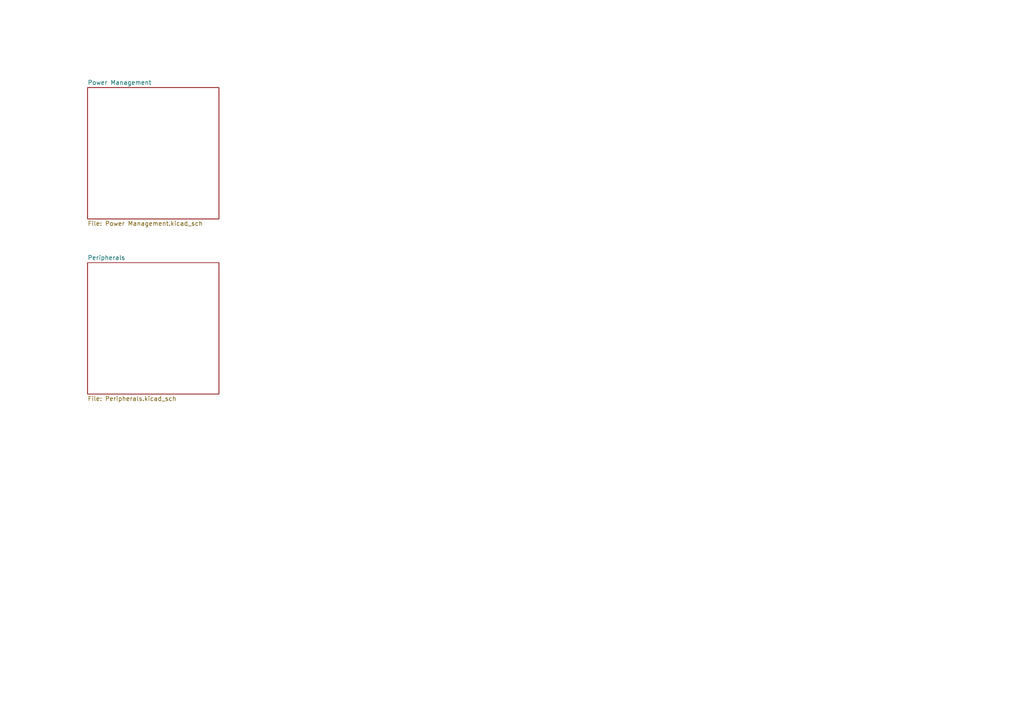
<source format=kicad_sch>
(kicad_sch (version 20211123) (generator eeschema)

  (uuid e63e39d7-6ac0-4ffd-8aa3-1841a4541b55)

  (paper "A4")

  (title_block
    (title "Altair")
    (rev "A1")
    (comment 1 "Author : Varun")
  )

  (lib_symbols
  )


  (sheet (at 25.4 25.4) (size 38.1 38.1) (fields_autoplaced)
    (stroke (width 0.1524) (type solid) (color 0 0 0 0))
    (fill (color 0 0 0 0.0000))
    (uuid 9390234f-bf3f-46cd-b6a0-8a438ec76e9f)
    (property "Sheet name" "Power Management" (id 0) (at 25.4 24.6884 0)
      (effects (font (size 1.27 1.27)) (justify left bottom))
    )
    (property "Sheet file" "Power Management.kicad_sch" (id 1) (at 25.4 64.0846 0)
      (effects (font (size 1.27 1.27)) (justify left top))
    )
  )

  (sheet (at 25.4 76.2) (size 38.1 38.1) (fields_autoplaced)
    (stroke (width 0.1524) (type solid) (color 0 0 0 0))
    (fill (color 0 0 0 0.0000))
    (uuid af54ca56-6ef5-41e1-9520-b33281ca26b5)
    (property "Sheet name" "Peripherals" (id 0) (at 25.4 75.4884 0)
      (effects (font (size 1.27 1.27)) (justify left bottom))
    )
    (property "Sheet file" "Peripherals.kicad_sch" (id 1) (at 25.4 114.8846 0)
      (effects (font (size 1.27 1.27)) (justify left top))
    )
  )

  (sheet_instances
    (path "/" (page "1"))
    (path "/9390234f-bf3f-46cd-b6a0-8a438ec76e9f" (page "2"))
    (path "/af54ca56-6ef5-41e1-9520-b33281ca26b5" (page "3"))
  )

  (symbol_instances
    (path "/9390234f-bf3f-46cd-b6a0-8a438ec76e9f/001af440-06c0-47f9-80a2-17782e03db8c"
      (reference "#PWR?") (unit 1) (value "GND") (footprint "")
    )
    (path "/9390234f-bf3f-46cd-b6a0-8a438ec76e9f/0b2e6301-29f6-46a4-a2e1-4d4299c18b56"
      (reference "#PWR?") (unit 1) (value "GND") (footprint "")
    )
    (path "/9390234f-bf3f-46cd-b6a0-8a438ec76e9f/134cbd9d-2077-4c10-bd16-ce6d46228588"
      (reference "#PWR?") (unit 1) (value "GND") (footprint "")
    )
    (path "/af54ca56-6ef5-41e1-9520-b33281ca26b5/1de41f34-fdd3-402e-8bdd-d67b2bc7c324"
      (reference "#PWR?") (unit 1) (value "GND") (footprint "")
    )
    (path "/9390234f-bf3f-46cd-b6a0-8a438ec76e9f/1efb1efa-555a-42ff-8a48-d90ad3ef7e7f"
      (reference "#PWR?") (unit 1) (value "GND") (footprint "")
    )
    (path "/9390234f-bf3f-46cd-b6a0-8a438ec76e9f/1f579d87-6afb-4a84-8d1b-b2c32af7fde8"
      (reference "#PWR?") (unit 1) (value "+3V3") (footprint "")
    )
    (path "/af54ca56-6ef5-41e1-9520-b33281ca26b5/1f99508b-d926-4141-b6cd-6523ccc3871d"
      (reference "#PWR?") (unit 1) (value "GND") (footprint "")
    )
    (path "/9390234f-bf3f-46cd-b6a0-8a438ec76e9f/20e25b25-4767-4f87-840c-b3819f7448b2"
      (reference "#PWR?") (unit 1) (value "+3V3") (footprint "")
    )
    (path "/af54ca56-6ef5-41e1-9520-b33281ca26b5/306b49ff-bc16-4f10-ae01-4fdd01797aa2"
      (reference "#PWR?") (unit 1) (value "GND") (footprint "")
    )
    (path "/9390234f-bf3f-46cd-b6a0-8a438ec76e9f/32e75aee-a245-4ce9-9f79-a59adcad545a"
      (reference "#PWR?") (unit 1) (value "GND") (footprint "")
    )
    (path "/af54ca56-6ef5-41e1-9520-b33281ca26b5/343bb9e6-95bd-4475-af68-abc4ee228692"
      (reference "#PWR?") (unit 1) (value "GND") (footprint "")
    )
    (path "/9390234f-bf3f-46cd-b6a0-8a438ec76e9f/35196b16-fec5-4114-8bb4-de11f05acdc1"
      (reference "#PWR?") (unit 1) (value "GND") (footprint "")
    )
    (path "/9390234f-bf3f-46cd-b6a0-8a438ec76e9f/3f78056a-e42f-411f-8081-5f1e5171770f"
      (reference "#PWR?") (unit 1) (value "GND") (footprint "")
    )
    (path "/af54ca56-6ef5-41e1-9520-b33281ca26b5/3fb1fb6f-8e8b-4528-bdd0-912575101bca"
      (reference "#PWR?") (unit 1) (value "GND") (footprint "")
    )
    (path "/af54ca56-6ef5-41e1-9520-b33281ca26b5/455d3d22-a8dd-4bf3-a9b7-ff857092f3fb"
      (reference "#PWR?") (unit 1) (value "+3V3") (footprint "")
    )
    (path "/af54ca56-6ef5-41e1-9520-b33281ca26b5/47e0a40c-eb03-4b7c-846e-f69cfb856dab"
      (reference "#PWR?") (unit 1) (value "+3V3") (footprint "")
    )
    (path "/af54ca56-6ef5-41e1-9520-b33281ca26b5/49025d93-779e-4056-af78-7257433d0815"
      (reference "#PWR?") (unit 1) (value "GND") (footprint "")
    )
    (path "/9390234f-bf3f-46cd-b6a0-8a438ec76e9f/4cd78c0b-ab15-48ed-82ab-8a31799cfad4"
      (reference "#PWR?") (unit 1) (value "VCC") (footprint "")
    )
    (path "/9390234f-bf3f-46cd-b6a0-8a438ec76e9f/533b8385-50bb-409d-8faa-f400312db0c5"
      (reference "#PWR?") (unit 1) (value "GND") (footprint "")
    )
    (path "/9390234f-bf3f-46cd-b6a0-8a438ec76e9f/53f39597-55ed-4870-afd3-ab479d047f0d"
      (reference "#PWR?") (unit 1) (value "+5V") (footprint "")
    )
    (path "/af54ca56-6ef5-41e1-9520-b33281ca26b5/6158f49d-c880-444c-a064-7e6a34bdf069"
      (reference "#PWR?") (unit 1) (value "+3V3") (footprint "")
    )
    (path "/9390234f-bf3f-46cd-b6a0-8a438ec76e9f/68e5b4c7-466a-426d-b6cf-5b3cd71fb10b"
      (reference "#PWR?") (unit 1) (value "GND") (footprint "")
    )
    (path "/9390234f-bf3f-46cd-b6a0-8a438ec76e9f/6cb13b02-97a2-43aa-85a2-deed7e3131c3"
      (reference "#PWR?") (unit 1) (value "GND") (footprint "")
    )
    (path "/9390234f-bf3f-46cd-b6a0-8a438ec76e9f/74c87d02-088d-43f3-a15a-8582ca4562c2"
      (reference "#PWR?") (unit 1) (value "VCC") (footprint "")
    )
    (path "/9390234f-bf3f-46cd-b6a0-8a438ec76e9f/81169725-256f-4054-984d-0ad0ec512b65"
      (reference "#PWR?") (unit 1) (value "GND") (footprint "")
    )
    (path "/af54ca56-6ef5-41e1-9520-b33281ca26b5/830044fc-cb8b-44c3-b4c1-cb89a51d87f2"
      (reference "#PWR?") (unit 1) (value "GND") (footprint "")
    )
    (path "/9390234f-bf3f-46cd-b6a0-8a438ec76e9f/8ac56164-e0fe-4672-88e8-93f21ef1d89e"
      (reference "#PWR?") (unit 1) (value "+3V3") (footprint "")
    )
    (path "/af54ca56-6ef5-41e1-9520-b33281ca26b5/8d739487-6a0e-4270-af07-af4ae0859d07"
      (reference "#PWR?") (unit 1) (value "GND") (footprint "")
    )
    (path "/af54ca56-6ef5-41e1-9520-b33281ca26b5/8fb6f811-5838-4fd1-bf49-63c91c23d86d"
      (reference "#PWR?") (unit 1) (value "GND") (footprint "")
    )
    (path "/9390234f-bf3f-46cd-b6a0-8a438ec76e9f/9292a58c-5c18-4be1-b79c-2db393580e78"
      (reference "#PWR?") (unit 1) (value "GND") (footprint "")
    )
    (path "/af54ca56-6ef5-41e1-9520-b33281ca26b5/940e3c2e-05c0-45c5-b8f5-64d12bd0ac81"
      (reference "#PWR?") (unit 1) (value "GND") (footprint "")
    )
    (path "/9390234f-bf3f-46cd-b6a0-8a438ec76e9f/96c73798-ff28-4e97-af65-d9bb27533da1"
      (reference "#PWR?") (unit 1) (value "+3V3") (footprint "")
    )
    (path "/9390234f-bf3f-46cd-b6a0-8a438ec76e9f/9fe56e44-25ec-4375-a2c8-f11ffcba369b"
      (reference "#PWR?") (unit 1) (value "+5V") (footprint "")
    )
    (path "/af54ca56-6ef5-41e1-9520-b33281ca26b5/aaff0a6e-70e0-4a73-878c-5953fea8f249"
      (reference "#PWR?") (unit 1) (value "+3V3") (footprint "")
    )
    (path "/af54ca56-6ef5-41e1-9520-b33281ca26b5/ac95c917-51a7-4606-a2ae-5a446539f79d"
      (reference "#PWR?") (unit 1) (value "GND") (footprint "")
    )
    (path "/9390234f-bf3f-46cd-b6a0-8a438ec76e9f/ad650c81-e017-430f-be3e-249ce6b1313e"
      (reference "#PWR?") (unit 1) (value "GND") (footprint "")
    )
    (path "/9390234f-bf3f-46cd-b6a0-8a438ec76e9f/b8aeef64-7fba-4e07-9523-448efce3216c"
      (reference "#PWR?") (unit 1) (value "GND") (footprint "")
    )
    (path "/af54ca56-6ef5-41e1-9520-b33281ca26b5/bfa5cb6a-d1d7-4140-ac24-3c08d3505119"
      (reference "#PWR?") (unit 1) (value "GND") (footprint "")
    )
    (path "/af54ca56-6ef5-41e1-9520-b33281ca26b5/c7d890a2-3d8e-4cea-bafa-988feadbf24a"
      (reference "#PWR?") (unit 1) (value "GND") (footprint "")
    )
    (path "/9390234f-bf3f-46cd-b6a0-8a438ec76e9f/c88ca759-8852-40e6-b6d9-daf583e2551e"
      (reference "#PWR?") (unit 1) (value "GND") (footprint "")
    )
    (path "/9390234f-bf3f-46cd-b6a0-8a438ec76e9f/cc6802d7-29be-41f1-b8ff-7516dfb82166"
      (reference "#PWR?") (unit 1) (value "GND") (footprint "")
    )
    (path "/af54ca56-6ef5-41e1-9520-b33281ca26b5/cdd8ac69-37b5-44ae-89e8-7a1b9fce26ca"
      (reference "#PWR?") (unit 1) (value "GND") (footprint "")
    )
    (path "/9390234f-bf3f-46cd-b6a0-8a438ec76e9f/d08148bb-18d3-4271-a282-4bbf1b119d3e"
      (reference "#PWR?") (unit 1) (value "GND") (footprint "")
    )
    (path "/9390234f-bf3f-46cd-b6a0-8a438ec76e9f/d5e80cbf-6bee-4d54-8ede-f8b71c9eaea1"
      (reference "#PWR?") (unit 1) (value "GND") (footprint "")
    )
    (path "/9390234f-bf3f-46cd-b6a0-8a438ec76e9f/d71fc5e5-77bc-4713-ba3b-d8595f868f71"
      (reference "#PWR?") (unit 1) (value "+5V") (footprint "")
    )
    (path "/9390234f-bf3f-46cd-b6a0-8a438ec76e9f/e6539044-3133-4680-a8f3-0c5957fdf15c"
      (reference "#PWR?") (unit 1) (value "GND") (footprint "")
    )
    (path "/9390234f-bf3f-46cd-b6a0-8a438ec76e9f/e73b3500-422a-4c0e-98e8-cb47d88c78ec"
      (reference "#PWR?") (unit 1) (value "VCC") (footprint "")
    )
    (path "/af54ca56-6ef5-41e1-9520-b33281ca26b5/edb57275-a45f-4c1e-a9ff-d35f0b173129"
      (reference "#PWR?") (unit 1) (value "+3V3") (footprint "")
    )
    (path "/9390234f-bf3f-46cd-b6a0-8a438ec76e9f/00ea89f6-ed50-48f6-a60f-ff1d663cb893"
      (reference "C?") (unit 1) (value "100n") (footprint "")
    )
    (path "/9390234f-bf3f-46cd-b6a0-8a438ec76e9f/04b16091-11c2-4d9c-ab7a-0262d61a5e95"
      (reference "C?") (unit 1) (value "22u") (footprint "")
    )
    (path "/9390234f-bf3f-46cd-b6a0-8a438ec76e9f/0695ce06-4ee5-4d26-9f3f-cdd32850cacc"
      (reference "C?") (unit 1) (value "22u") (footprint "")
    )
    (path "/af54ca56-6ef5-41e1-9520-b33281ca26b5/07510ec1-5500-4ad3-9841-82b8cd52c592"
      (reference "C?") (unit 1) (value "100n") (footprint "")
    )
    (path "/9390234f-bf3f-46cd-b6a0-8a438ec76e9f/07b25e47-1052-48bd-ac6d-9ec21b071597"
      (reference "C?") (unit 1) (value "100n") (footprint "")
    )
    (path "/af54ca56-6ef5-41e1-9520-b33281ca26b5/179e8854-fbad-4270-995c-5d1f8b1bfd95"
      (reference "C?") (unit 1) (value "DNF") (footprint "")
    )
    (path "/af54ca56-6ef5-41e1-9520-b33281ca26b5/1c558307-4580-4556-946e-80f11e54ba98"
      (reference "C?") (unit 1) (value "100n") (footprint "")
    )
    (path "/9390234f-bf3f-46cd-b6a0-8a438ec76e9f/1ea0bce5-a0cf-40e4-bc01-642d0ea39fa0"
      (reference "C?") (unit 1) (value "1u") (footprint "")
    )
    (path "/9390234f-bf3f-46cd-b6a0-8a438ec76e9f/25f964b9-c976-4d6b-b9bc-3dbfcf93f657"
      (reference "C?") (unit 1) (value "10p") (footprint "")
    )
    (path "/9390234f-bf3f-46cd-b6a0-8a438ec76e9f/3009acb9-7ea6-4c26-b053-42bad848319c"
      (reference "C?") (unit 1) (value "10n") (footprint "")
    )
    (path "/9390234f-bf3f-46cd-b6a0-8a438ec76e9f/3cd7a318-07bf-4d38-b3f0-5204693dd7f1"
      (reference "C?") (unit 1) (value "22u") (footprint "")
    )
    (path "/9390234f-bf3f-46cd-b6a0-8a438ec76e9f/3cfda0eb-1d0c-40b6-bf9c-3e1e730d59a0"
      (reference "C?") (unit 1) (value "10p") (footprint "")
    )
    (path "/9390234f-bf3f-46cd-b6a0-8a438ec76e9f/3e15e890-6a5a-44f5-a64f-bafaaa557518"
      (reference "C?") (unit 1) (value "10n") (footprint "")
    )
    (path "/af54ca56-6ef5-41e1-9520-b33281ca26b5/3fa7a8e6-29b4-4f32-be27-e1e12583f99c"
      (reference "C?") (unit 1) (value "100n") (footprint "")
    )
    (path "/af54ca56-6ef5-41e1-9520-b33281ca26b5/4177266d-c43c-4c86-babd-25d72418ba63"
      (reference "C?") (unit 1) (value "10u") (footprint "")
    )
    (path "/9390234f-bf3f-46cd-b6a0-8a438ec76e9f/4625880a-8ca4-456c-8cb0-cccfc509fb56"
      (reference "C?") (unit 1) (value "100n") (footprint "")
    )
    (path "/9390234f-bf3f-46cd-b6a0-8a438ec76e9f/49dfba7d-e09b-4574-986d-da71ccb6768c"
      (reference "C?") (unit 1) (value "22u") (footprint "")
    )
    (path "/9390234f-bf3f-46cd-b6a0-8a438ec76e9f/635b06ee-f1d0-4829-a8c2-82099ebab384"
      (reference "C?") (unit 1) (value "10u") (footprint "")
    )
    (path "/9390234f-bf3f-46cd-b6a0-8a438ec76e9f/68bba43e-79a0-4f86-8440-73cc662549e4"
      (reference "C?") (unit 1) (value "22u") (footprint "")
    )
    (path "/9390234f-bf3f-46cd-b6a0-8a438ec76e9f/77108e21-7228-4ca4-9b48-27fb8e9fa819"
      (reference "C?") (unit 1) (value "22u") (footprint "")
    )
    (path "/af54ca56-6ef5-41e1-9520-b33281ca26b5/82c24f6f-de83-45ef-893f-30dc34e24c2d"
      (reference "C?") (unit 1) (value "100n") (footprint "")
    )
    (path "/9390234f-bf3f-46cd-b6a0-8a438ec76e9f/859912dd-8499-42f2-9b69-901bcdaea4e1"
      (reference "C?") (unit 1) (value "100n") (footprint "")
    )
    (path "/9390234f-bf3f-46cd-b6a0-8a438ec76e9f/8b676944-082b-4c78-8c93-25c70971d823"
      (reference "C?") (unit 1) (value "100n") (footprint "")
    )
    (path "/af54ca56-6ef5-41e1-9520-b33281ca26b5/916dfb3c-3dd9-4722-b0c3-53ca399c0082"
      (reference "C?") (unit 1) (value "DNF") (footprint "")
    )
    (path "/af54ca56-6ef5-41e1-9520-b33281ca26b5/9907390f-e97f-4c2c-880d-8157daa7aa44"
      (reference "C?") (unit 1) (value "100n") (footprint "")
    )
    (path "/af54ca56-6ef5-41e1-9520-b33281ca26b5/9becc42a-337e-461e-8bd1-30578c85e79d"
      (reference "C?") (unit 1) (value "100n") (footprint "")
    )
    (path "/af54ca56-6ef5-41e1-9520-b33281ca26b5/a2ec0b1e-bc00-400d-8118-f456cb5ef2ae"
      (reference "C?") (unit 1) (value "100n") (footprint "")
    )
    (path "/af54ca56-6ef5-41e1-9520-b33281ca26b5/c0d4d81f-2e9b-4678-82bd-30ef6efe5569"
      (reference "C?") (unit 1) (value "10u") (footprint "")
    )
    (path "/9390234f-bf3f-46cd-b6a0-8a438ec76e9f/d28a5988-c011-4405-a90b-57ab47abe02b"
      (reference "C?") (unit 1) (value "100n") (footprint "")
    )
    (path "/9390234f-bf3f-46cd-b6a0-8a438ec76e9f/d5d44157-0563-40f9-9b77-c9184fc27860"
      (reference "C?") (unit 1) (value "10u") (footprint "")
    )
    (path "/af54ca56-6ef5-41e1-9520-b33281ca26b5/e3fab6a1-0da2-4d05-9e17-bac56f42b7c9"
      (reference "C?") (unit 1) (value "100n") (footprint "")
    )
    (path "/af54ca56-6ef5-41e1-9520-b33281ca26b5/ea07ea6a-3550-428b-84e9-9727bc737ad2"
      (reference "C?") (unit 1) (value "10n") (footprint "")
    )
    (path "/af54ca56-6ef5-41e1-9520-b33281ca26b5/ef9b00c6-0c3e-42c0-b6c9-4afdd2c287ac"
      (reference "C?") (unit 1) (value "10u") (footprint "")
    )
    (path "/af54ca56-6ef5-41e1-9520-b33281ca26b5/f01186e8-b23a-4a27-b6a1-f3c1116df687"
      (reference "C?") (unit 1) (value "100n") (footprint "")
    )
    (path "/af54ca56-6ef5-41e1-9520-b33281ca26b5/feab3eba-585f-4a05-8955-9fbfbfe8f9c9"
      (reference "C?") (unit 1) (value "100n") (footprint "")
    )
    (path "/9390234f-bf3f-46cd-b6a0-8a438ec76e9f/48c98b48-afbb-4312-b9ca-9fa9f48c7730"
      (reference "D?") (unit 1) (value "Orange") (footprint "")
    )
    (path "/9390234f-bf3f-46cd-b6a0-8a438ec76e9f/ae813759-bfc9-4dc8-8af9-14ce6901e1aa"
      (reference "D?") (unit 1) (value "Green") (footprint "")
    )
    (path "/9390234f-bf3f-46cd-b6a0-8a438ec76e9f/de894c67-153e-47c4-8a65-ae5ad5729c0d"
      (reference "J?") (unit 1) (value "PWR") (footprint "")
    )
    (path "/9390234f-bf3f-46cd-b6a0-8a438ec76e9f/53515bca-eafa-43ac-aaf8-743e52bf2f3c"
      (reference "L?") (unit 1) (value "4u7") (footprint "")
    )
    (path "/9390234f-bf3f-46cd-b6a0-8a438ec76e9f/e369c453-4c3e-47a4-a55e-e70cbf85e1c0"
      (reference "L?") (unit 1) (value "2u2") (footprint "")
    )
    (path "/9390234f-bf3f-46cd-b6a0-8a438ec76e9f/20b8b1d3-3d67-4311-99ca-ce5363c0cad0"
      (reference "R?") (unit 1) (value "1k5") (footprint "")
    )
    (path "/9390234f-bf3f-46cd-b6a0-8a438ec76e9f/2af64ee8-30de-4abf-a7e8-4e1922146f48"
      (reference "R?") (unit 1) (value "1k5") (footprint "")
    )
    (path "/9390234f-bf3f-46cd-b6a0-8a438ec76e9f/4df0bc35-f818-4cec-957f-ff4f19ebf373"
      (reference "R?") (unit 1) (value "10k") (footprint "")
    )
    (path "/9390234f-bf3f-46cd-b6a0-8a438ec76e9f/5497b604-ed6a-4027-b10c-2df5d1b492e6"
      (reference "R?") (unit 1) (value "73k2") (footprint "")
    )
    (path "/9390234f-bf3f-46cd-b6a0-8a438ec76e9f/5c6de060-27e1-4021-a828-934562683965"
      (reference "R?") (unit 1) (value "0.05") (footprint "")
    )
    (path "/9390234f-bf3f-46cd-b6a0-8a438ec76e9f/92757257-281b-4f72-909f-500f80bedc8a"
      (reference "R?") (unit 1) (value "22k1") (footprint "")
    )
    (path "/9390234f-bf3f-46cd-b6a0-8a438ec76e9f/a123d09b-54bb-46d3-bdfa-520011adcb0e"
      (reference "R?") (unit 1) (value "22k1") (footprint "")
    )
    (path "/9390234f-bf3f-46cd-b6a0-8a438ec76e9f/abf4b918-1f97-40ed-8699-905beea3522f"
      (reference "R?") (unit 1) (value "0.01") (footprint "")
    )
    (path "/9390234f-bf3f-46cd-b6a0-8a438ec76e9f/b4501435-1b74-4814-ac8d-457d48a8c57b"
      (reference "R?") (unit 1) (value "DNF^{(3)}") (footprint "")
    )
    (path "/9390234f-bf3f-46cd-b6a0-8a438ec76e9f/d47394fb-2c3f-4ec6-acd6-0c7e8c5f5184"
      (reference "R?") (unit 1) (value "10k") (footprint "")
    )
    (path "/9390234f-bf3f-46cd-b6a0-8a438ec76e9f/d698ae91-2cac-45c1-aa82-e995aab1d114"
      (reference "R?") (unit 1) (value "0.025") (footprint "")
    )
    (path "/9390234f-bf3f-46cd-b6a0-8a438ec76e9f/e2062259-502b-40e2-839e-043e86031890"
      (reference "R?") (unit 1) (value "10k") (footprint "")
    )
    (path "/9390234f-bf3f-46cd-b6a0-8a438ec76e9f/e805fa46-58ab-469e-a415-605830ea9b5c"
      (reference "R?") (unit 1) (value "124k") (footprint "")
    )
    (path "/9390234f-bf3f-46cd-b6a0-8a438ec76e9f/2137a512-80c8-4859-8885-e911930a368d"
      (reference "TP?") (unit 1) (value "VCC") (footprint "")
    )
    (path "/9390234f-bf3f-46cd-b6a0-8a438ec76e9f/3fc2764c-aa23-4c26-9218-7d4bd1c9ecd6"
      (reference "TP?") (unit 1) (value "+3V3") (footprint "")
    )
    (path "/9390234f-bf3f-46cd-b6a0-8a438ec76e9f/4bc4e225-479a-417c-822a-a2b5cad14946"
      (reference "TP?") (unit 1) (value "+5V") (footprint "")
    )
    (path "/9390234f-bf3f-46cd-b6a0-8a438ec76e9f/79b36925-a718-402a-a1a5-ea5cc7ae6324"
      (reference "TP?") (unit 1) (value "GND") (footprint "")
    )
    (path "/9390234f-bf3f-46cd-b6a0-8a438ec76e9f/22e92f3b-da53-4f92-a950-3c7082431c5d"
      (reference "U?") (unit 1) (value "PAC1933") (footprint "Package_DFN_QFN:UQFN-16-1EP_4x4mm_P0.65mm_EP2.7x2.7mm")
    )
    (path "/af54ca56-6ef5-41e1-9520-b33281ca26b5/4572eec0-5fb0-46c6-89b0-d3341f37f9b8"
      (reference "U?") (unit 1) (value "MAX-M8C") (footprint "RF_GPS:ublox_MAX")
    )
    (path "/9390234f-bf3f-46cd-b6a0-8a438ec76e9f/7e753979-7587-4f8e-9365-49890b7d0dff"
      (reference "U?") (unit 1) (value "TPS54495RSAT") (footprint "RSA16_2P7X2P7_TEX")
    )
    (path "/af54ca56-6ef5-41e1-9520-b33281ca26b5/97b24fd3-d90b-42d3-8d50-52907c0fadee"
      (reference "U?") (unit 1) (value "W25N01GVZEIG") (footprint "W25N01GVZEIG:W25N01GVZEIG")
    )
    (path "/af54ca56-6ef5-41e1-9520-b33281ca26b5/9cda563f-54ef-4f1a-a4dd-e161f92ed79c"
      (reference "U?") (unit 1) (value "LSM9DS1") (footprint "Package_LGA:LGA-24L_3x3.5mm_P0.43mm")
    )
    (path "/af54ca56-6ef5-41e1-9520-b33281ca26b5/b6e78de2-4179-4c53-8a02-a3a337336e65"
      (reference "U?") (unit 1) (value "MS5607-02BA") (footprint "Package_LGA:LGA-8_3x5mm_P1.25mm")
    )
  )
)

</source>
